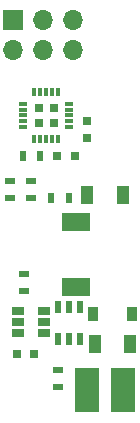
<source format=gbp>
G04 #@! TF.FileFunction,Paste,Bot*
%FSLAX46Y46*%
G04 Gerber Fmt 4.6, Leading zero omitted, Abs format (unit mm)*
G04 Created by KiCad (PCBNEW 4.0.7) date Wednesday, October 18, 2017 'PMt' 08:17:54 PM*
%MOMM*%
%LPD*%
G01*
G04 APERTURE LIST*
%ADD10C,0.150000*%
%ADD11R,1.700000X1.700000*%
%ADD12O,1.700000X1.700000*%
%ADD13R,1.000000X1.600000*%
%ADD14R,0.800000X0.750000*%
%ADD15R,0.900000X1.200000*%
%ADD16R,2.400000X1.500000*%
%ADD17R,0.500000X1.000000*%
%ADD18R,0.500000X0.900000*%
%ADD19R,0.900000X0.500000*%
%ADD20R,0.730000X0.300000*%
%ADD21R,0.300000X0.730000*%
%ADD22R,0.750000X0.750000*%
%ADD23R,1.060000X0.650000*%
%ADD24R,0.750000X0.800000*%
%ADD25R,2.000000X3.800000*%
G04 APERTURE END LIST*
D10*
D11*
X125095000Y-80137000D03*
D12*
X125095000Y-82677000D03*
X127635000Y-80137000D03*
X127635000Y-82677000D03*
X130175000Y-80137000D03*
X130175000Y-82677000D03*
D13*
X131342000Y-94996000D03*
X134342000Y-94996000D03*
X135001000Y-107569000D03*
X132001000Y-107569000D03*
D14*
X128778000Y-91694000D03*
X130278000Y-91694000D03*
X125373000Y-108458000D03*
X126873000Y-108458000D03*
D15*
X135127000Y-105029000D03*
X131827000Y-105029000D03*
D16*
X130413606Y-102780738D03*
X130413606Y-97280738D03*
D17*
X130744000Y-104466000D03*
X130744000Y-107116000D03*
X129794000Y-104466000D03*
X129794000Y-107116000D03*
X128844000Y-104466000D03*
X128844000Y-107116000D03*
D18*
X125881000Y-91694000D03*
X127381000Y-91694000D03*
D19*
X128905000Y-111252000D03*
X128905000Y-109752000D03*
X125984000Y-101612000D03*
X125984000Y-103112000D03*
D18*
X128294000Y-95250000D03*
X129794000Y-95250000D03*
D20*
X129844000Y-87224200D03*
X129844000Y-87724200D03*
X129844000Y-88224200D03*
X129844000Y-88724200D03*
X129844000Y-89224200D03*
D21*
X128879000Y-90189200D03*
X128379000Y-90189200D03*
X127879000Y-90189200D03*
X127379000Y-90189200D03*
X126879000Y-90189200D03*
D20*
X125914000Y-89224200D03*
X125914000Y-88724200D03*
X125914000Y-88224200D03*
X125914000Y-87724200D03*
X125914000Y-87224200D03*
D21*
X126879000Y-86259200D03*
X127379000Y-86259200D03*
X127879000Y-86259200D03*
X128379000Y-86259200D03*
X128879000Y-86259200D03*
D22*
X127254000Y-88849200D03*
X127254000Y-87599200D03*
X128504000Y-88849200D03*
X128504000Y-87599200D03*
D23*
X125448985Y-106657519D03*
X125448985Y-105707519D03*
X125448985Y-104757519D03*
X127648985Y-104757519D03*
X127648985Y-106657519D03*
X127648985Y-105707519D03*
D19*
X124841000Y-93738000D03*
X124841000Y-95238000D03*
X126619000Y-93738000D03*
X126619000Y-95238000D03*
D24*
X131318000Y-90158000D03*
X131318000Y-88658000D03*
D25*
X134366000Y-111506000D03*
X131318000Y-111506000D03*
M02*

</source>
